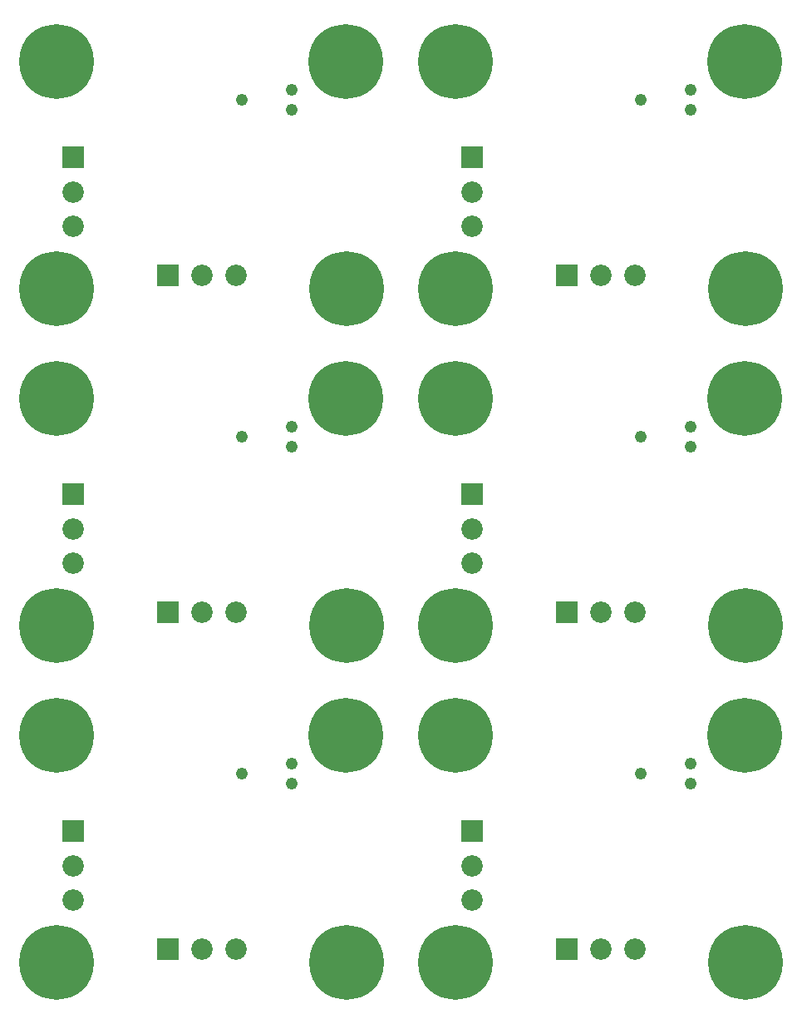
<source format=gbr>
G04 start of page 8 for group -4062 idx -4062 *
G04 Title: (unknown), soldermask *
G04 Creator: pcb 4.0.2 *
G04 CreationDate: Sun Oct 16 03:50:19 2022 UTC *
G04 For: ndholmes *
G04 Format: Gerber/RS-274X *
G04 PCB-Dimensions (mil): 3900.00 4750.00 *
G04 PCB-Coordinate-Origin: lower left *
%MOIN*%
%FSLAX25Y25*%
%LNBOTTOMMASK*%
%ADD51C,0.0490*%
%ADD50C,0.0001*%
%ADD49C,0.0860*%
%ADD48C,0.2997*%
G54D48*X173000Y418000D03*
X173500Y327000D03*
X173000Y283000D03*
G54D49*X129114Y332173D03*
G54D48*X333500Y327000D03*
X217000D03*
G54D50*G36*
X257255Y336473D02*Y327873D01*
X265855D01*
Y336473D01*
X257255D01*
G37*
G54D49*X275335Y332173D03*
X289114D03*
G54D48*X333000Y418000D03*
G54D51*X291500Y402500D03*
X311500Y406500D03*
Y398500D03*
G54D49*X223673Y351886D03*
G54D48*X217000Y283000D03*
Y418000D03*
G54D50*G36*
X219373Y383745D02*Y375145D01*
X227973D01*
Y383745D01*
X219373D01*
G37*
G54D49*X223673Y365665D03*
G54D51*X311500Y271500D03*
X151500D03*
G54D48*X57000Y327000D03*
Y418000D03*
G54D50*G36*
X59373Y383745D02*Y375145D01*
X67973D01*
Y383745D01*
X59373D01*
G37*
G54D49*X63673Y365665D03*
Y351886D03*
G54D50*G36*
X97255Y336473D02*Y327873D01*
X105855D01*
Y336473D01*
X97255D01*
G37*
G54D49*X115335Y332173D03*
G54D51*X131500Y402500D03*
X151500Y406500D03*
Y398500D03*
G54D48*X333000Y283000D03*
X333500Y192000D03*
G54D49*X289114Y197173D03*
G54D51*X291500Y132500D03*
Y267500D03*
X311500Y263500D03*
G54D48*X333000Y148000D03*
G54D51*X311500Y136500D03*
Y128500D03*
G54D48*X333500Y57000D03*
G54D49*X289114Y62173D03*
G54D48*X217000Y192000D03*
G54D50*G36*
X219373Y248745D02*Y240145D01*
X227973D01*
Y248745D01*
X219373D01*
G37*
G54D49*X223673Y230665D03*
Y216886D03*
G54D50*G36*
X257255Y201473D02*Y192873D01*
X265855D01*
Y201473D01*
X257255D01*
G37*
G54D48*X173500Y192000D03*
G54D49*X275335Y197173D03*
G54D48*X57000Y192000D03*
G54D50*G36*
X97255Y201473D02*Y192873D01*
X105855D01*
Y201473D01*
X97255D01*
G37*
G54D49*X115335Y197173D03*
X129114D03*
G54D48*X57000Y283000D03*
G54D50*G36*
X59373Y248745D02*Y240145D01*
X67973D01*
Y248745D01*
X59373D01*
G37*
G54D49*X63673Y230665D03*
Y216886D03*
G54D51*X131500Y267500D03*
X151500Y263500D03*
G54D48*X173000Y148000D03*
G54D51*X131500Y132500D03*
X151500Y136500D03*
Y128500D03*
G54D48*X173500Y57000D03*
G54D50*G36*
X97255Y66473D02*Y57873D01*
X105855D01*
Y66473D01*
X97255D01*
G37*
G54D49*X115335Y62173D03*
X129114D03*
G54D48*X217000Y57000D03*
X57000D03*
Y148000D03*
G54D50*G36*
X59373Y113745D02*Y105145D01*
X67973D01*
Y113745D01*
X59373D01*
G37*
G54D49*X63673Y95665D03*
Y81886D03*
G54D48*X217000Y148000D03*
G54D50*G36*
X219373Y113745D02*Y105145D01*
X227973D01*
Y113745D01*
X219373D01*
G37*
G54D49*X223673Y95665D03*
Y81886D03*
G54D50*G36*
X257255Y66473D02*Y57873D01*
X265855D01*
Y66473D01*
X257255D01*
G37*
G54D49*X275335Y62173D03*
M02*

</source>
